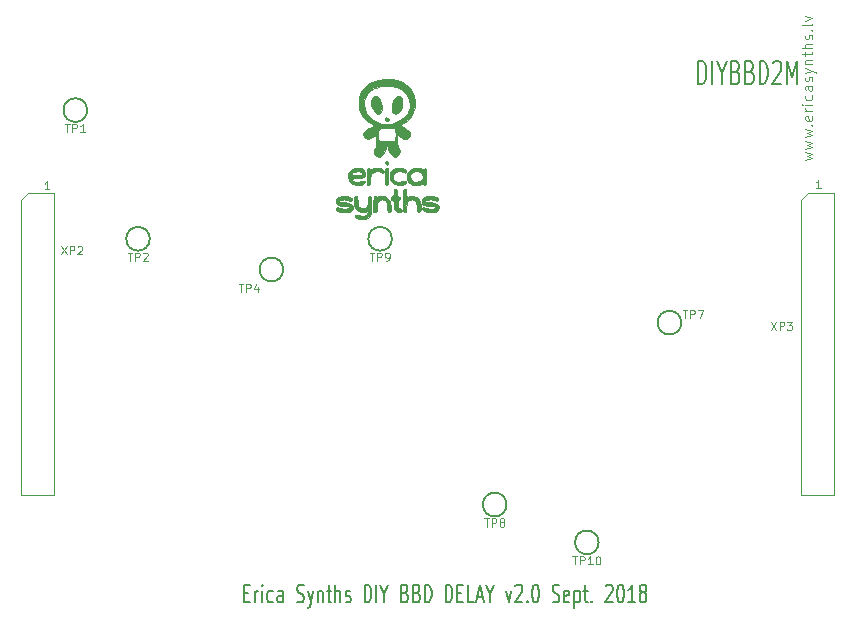
<source format=gto>
G04 #@! TF.FileFunction,Legend,Top*
%FSLAX46Y46*%
G04 Gerber Fmt 4.6, Leading zero omitted, Abs format (unit mm)*
G04 Created by KiCad (PCBNEW (2016-08-20 BZR 7083)-product) date Sat Sep 29 15:02:56 2018*
%MOMM*%
%LPD*%
G01*
G04 APERTURE LIST*
%ADD10C,0.100000*%
%ADD11C,0.200000*%
%ADD12C,0.150000*%
%ADD13C,0.120000*%
G04 APERTURE END LIST*
D10*
D11*
X57428571Y50995239D02*
X57428571Y52995239D01*
X57714285Y52995239D01*
X57885714Y52900000D01*
X58000000Y52709524D01*
X58057142Y52519048D01*
X58114285Y52138096D01*
X58114285Y51852381D01*
X58057142Y51471429D01*
X58000000Y51280953D01*
X57885714Y51090477D01*
X57714285Y50995239D01*
X57428571Y50995239D01*
X58628571Y50995239D02*
X58628571Y52995239D01*
X59428571Y51947620D02*
X59428571Y50995239D01*
X59028571Y52995239D02*
X59428571Y51947620D01*
X59828571Y52995239D01*
X60628571Y52042858D02*
X60800000Y51947620D01*
X60857142Y51852381D01*
X60914285Y51661905D01*
X60914285Y51376191D01*
X60857142Y51185715D01*
X60800000Y51090477D01*
X60685714Y50995239D01*
X60228571Y50995239D01*
X60228571Y52995239D01*
X60628571Y52995239D01*
X60742857Y52900000D01*
X60800000Y52804762D01*
X60857142Y52614286D01*
X60857142Y52423810D01*
X60800000Y52233334D01*
X60742857Y52138096D01*
X60628571Y52042858D01*
X60228571Y52042858D01*
X61828571Y52042858D02*
X62000000Y51947620D01*
X62057142Y51852381D01*
X62114285Y51661905D01*
X62114285Y51376191D01*
X62057142Y51185715D01*
X62000000Y51090477D01*
X61885714Y50995239D01*
X61428571Y50995239D01*
X61428571Y52995239D01*
X61828571Y52995239D01*
X61942857Y52900000D01*
X62000000Y52804762D01*
X62057142Y52614286D01*
X62057142Y52423810D01*
X62000000Y52233334D01*
X61942857Y52138096D01*
X61828571Y52042858D01*
X61428571Y52042858D01*
X62628571Y50995239D02*
X62628571Y52995239D01*
X62914285Y52995239D01*
X63085714Y52900000D01*
X63200000Y52709524D01*
X63257142Y52519048D01*
X63314285Y52138096D01*
X63314285Y51852381D01*
X63257142Y51471429D01*
X63200000Y51280953D01*
X63085714Y51090477D01*
X62914285Y50995239D01*
X62628571Y50995239D01*
X63771428Y52804762D02*
X63828571Y52900000D01*
X63942857Y52995239D01*
X64228571Y52995239D01*
X64342857Y52900000D01*
X64400000Y52804762D01*
X64457142Y52614286D01*
X64457142Y52423810D01*
X64400000Y52138096D01*
X63714285Y50995239D01*
X64457142Y50995239D01*
X64971428Y50995239D02*
X64971428Y52995239D01*
X65371428Y51566667D01*
X65771428Y52995239D01*
X65771428Y50995239D01*
D10*
X67800000Y42183334D02*
X67400000Y42183334D01*
X67600000Y42183334D02*
X67600000Y42883334D01*
X67533333Y42783334D01*
X67466666Y42716667D01*
X67400000Y42683334D01*
X2500000Y42083334D02*
X2100000Y42083334D01*
X2300000Y42083334D02*
X2300000Y42783334D01*
X2233333Y42683334D01*
X2166666Y42616667D01*
X2100000Y42583334D01*
X66507142Y44592858D02*
X67107142Y44764286D01*
X66678571Y44935715D01*
X67107142Y45107143D01*
X66507142Y45278572D01*
X66507142Y45535715D02*
X67107142Y45707143D01*
X66678571Y45878572D01*
X67107142Y46050000D01*
X66507142Y46221429D01*
X66507142Y46478572D02*
X67107142Y46650000D01*
X66678571Y46821429D01*
X67107142Y46992858D01*
X66507142Y47164286D01*
X67021428Y47507143D02*
X67064285Y47550000D01*
X67107142Y47507143D01*
X67064285Y47464286D01*
X67021428Y47507143D01*
X67107142Y47507143D01*
X67064285Y48278572D02*
X67107142Y48192858D01*
X67107142Y48021429D01*
X67064285Y47935715D01*
X66978571Y47892858D01*
X66635714Y47892858D01*
X66550000Y47935715D01*
X66507142Y48021429D01*
X66507142Y48192858D01*
X66550000Y48278572D01*
X66635714Y48321429D01*
X66721428Y48321429D01*
X66807142Y47892858D01*
X67107142Y48707143D02*
X66507142Y48707143D01*
X66678571Y48707143D02*
X66592857Y48750000D01*
X66550000Y48792858D01*
X66507142Y48878572D01*
X66507142Y48964286D01*
X67107142Y49264286D02*
X66507142Y49264286D01*
X66207142Y49264286D02*
X66250000Y49221429D01*
X66292857Y49264286D01*
X66250000Y49307143D01*
X66207142Y49264286D01*
X66292857Y49264286D01*
X67064285Y50078572D02*
X67107142Y49992858D01*
X67107142Y49821429D01*
X67064285Y49735715D01*
X67021428Y49692858D01*
X66935714Y49650000D01*
X66678571Y49650000D01*
X66592857Y49692858D01*
X66550000Y49735715D01*
X66507142Y49821429D01*
X66507142Y49992858D01*
X66550000Y50078572D01*
X67107142Y50850000D02*
X66635714Y50850000D01*
X66550000Y50807143D01*
X66507142Y50721429D01*
X66507142Y50550000D01*
X66550000Y50464286D01*
X67064285Y50850000D02*
X67107142Y50764286D01*
X67107142Y50550000D01*
X67064285Y50464286D01*
X66978571Y50421429D01*
X66892857Y50421429D01*
X66807142Y50464286D01*
X66764285Y50550000D01*
X66764285Y50764286D01*
X66721428Y50850000D01*
X67064285Y51235715D02*
X67107142Y51321429D01*
X67107142Y51492858D01*
X67064285Y51578572D01*
X66978571Y51621429D01*
X66935714Y51621429D01*
X66850000Y51578572D01*
X66807142Y51492858D01*
X66807142Y51364286D01*
X66764285Y51278572D01*
X66678571Y51235715D01*
X66635714Y51235715D01*
X66550000Y51278572D01*
X66507142Y51364286D01*
X66507142Y51492858D01*
X66550000Y51578572D01*
X66507142Y51921429D02*
X67107142Y52135715D01*
X66507142Y52350000D02*
X67107142Y52135715D01*
X67321428Y52050000D01*
X67364285Y52007143D01*
X67407142Y51921429D01*
X66507142Y52692858D02*
X67107142Y52692858D01*
X66592857Y52692858D02*
X66550000Y52735715D01*
X66507142Y52821429D01*
X66507142Y52950000D01*
X66550000Y53035715D01*
X66635714Y53078572D01*
X67107142Y53078572D01*
X66507142Y53378572D02*
X66507142Y53721429D01*
X66207142Y53507143D02*
X66978571Y53507143D01*
X67064285Y53550000D01*
X67107142Y53635715D01*
X67107142Y53721429D01*
X67107142Y54021429D02*
X66207142Y54021429D01*
X67107142Y54407143D02*
X66635714Y54407143D01*
X66550000Y54364286D01*
X66507142Y54278572D01*
X66507142Y54150000D01*
X66550000Y54064286D01*
X66592857Y54021429D01*
X67064285Y54792858D02*
X67107142Y54878572D01*
X67107142Y55050000D01*
X67064285Y55135715D01*
X66978571Y55178572D01*
X66935714Y55178572D01*
X66850000Y55135715D01*
X66807142Y55050000D01*
X66807142Y54921429D01*
X66764285Y54835715D01*
X66678571Y54792858D01*
X66635714Y54792858D01*
X66550000Y54835715D01*
X66507142Y54921429D01*
X66507142Y55050000D01*
X66550000Y55135715D01*
X67021428Y55564286D02*
X67064285Y55607143D01*
X67107142Y55564286D01*
X67064285Y55521429D01*
X67021428Y55564286D01*
X67107142Y55564286D01*
X67107142Y56121429D02*
X67064285Y56035715D01*
X66978571Y55992858D01*
X66207142Y55992858D01*
X66507142Y56378572D02*
X67107142Y56592858D01*
X66507142Y56807143D01*
D12*
X19000000Y7907143D02*
X19333333Y7907143D01*
X19476190Y7121429D02*
X19000000Y7121429D01*
X19000000Y8621429D01*
X19476190Y8621429D01*
X19904761Y7121429D02*
X19904761Y8121429D01*
X19904761Y7835715D02*
X19952380Y7978572D01*
X20000000Y8050000D01*
X20095238Y8121429D01*
X20190476Y8121429D01*
X20523809Y7121429D02*
X20523809Y8121429D01*
X20523809Y8621429D02*
X20476190Y8550000D01*
X20523809Y8478572D01*
X20571428Y8550000D01*
X20523809Y8621429D01*
X20523809Y8478572D01*
X21428571Y7192858D02*
X21333333Y7121429D01*
X21142857Y7121429D01*
X21047619Y7192858D01*
X21000000Y7264286D01*
X20952380Y7407143D01*
X20952380Y7835715D01*
X21000000Y7978572D01*
X21047619Y8050000D01*
X21142857Y8121429D01*
X21333333Y8121429D01*
X21428571Y8050000D01*
X22285714Y7121429D02*
X22285714Y7907143D01*
X22238095Y8050000D01*
X22142857Y8121429D01*
X21952380Y8121429D01*
X21857142Y8050000D01*
X22285714Y7192858D02*
X22190476Y7121429D01*
X21952380Y7121429D01*
X21857142Y7192858D01*
X21809523Y7335715D01*
X21809523Y7478572D01*
X21857142Y7621429D01*
X21952380Y7692858D01*
X22190476Y7692858D01*
X22285714Y7764286D01*
X23476190Y7192858D02*
X23619047Y7121429D01*
X23857142Y7121429D01*
X23952380Y7192858D01*
X24000000Y7264286D01*
X24047619Y7407143D01*
X24047619Y7550000D01*
X24000000Y7692858D01*
X23952380Y7764286D01*
X23857142Y7835715D01*
X23666666Y7907143D01*
X23571428Y7978572D01*
X23523809Y8050000D01*
X23476190Y8192858D01*
X23476190Y8335715D01*
X23523809Y8478572D01*
X23571428Y8550000D01*
X23666666Y8621429D01*
X23904761Y8621429D01*
X24047619Y8550000D01*
X24380952Y8121429D02*
X24619047Y7121429D01*
X24857142Y8121429D02*
X24619047Y7121429D01*
X24523809Y6764286D01*
X24476190Y6692858D01*
X24380952Y6621429D01*
X25238095Y8121429D02*
X25238095Y7121429D01*
X25238095Y7978572D02*
X25285714Y8050000D01*
X25380952Y8121429D01*
X25523809Y8121429D01*
X25619047Y8050000D01*
X25666666Y7907143D01*
X25666666Y7121429D01*
X26000000Y8121429D02*
X26380952Y8121429D01*
X26142857Y8621429D02*
X26142857Y7335715D01*
X26190476Y7192858D01*
X26285714Y7121429D01*
X26380952Y7121429D01*
X26714285Y7121429D02*
X26714285Y8621429D01*
X27142857Y7121429D02*
X27142857Y7907143D01*
X27095238Y8050000D01*
X27000000Y8121429D01*
X26857142Y8121429D01*
X26761904Y8050000D01*
X26714285Y7978572D01*
X27571428Y7192858D02*
X27666666Y7121429D01*
X27857142Y7121429D01*
X27952380Y7192858D01*
X28000000Y7335715D01*
X28000000Y7407143D01*
X27952380Y7550000D01*
X27857142Y7621429D01*
X27714285Y7621429D01*
X27619047Y7692858D01*
X27571428Y7835715D01*
X27571428Y7907143D01*
X27619047Y8050000D01*
X27714285Y8121429D01*
X27857142Y8121429D01*
X27952380Y8050000D01*
X29190476Y7121429D02*
X29190476Y8621429D01*
X29428571Y8621429D01*
X29571428Y8550000D01*
X29666666Y8407143D01*
X29714285Y8264286D01*
X29761904Y7978572D01*
X29761904Y7764286D01*
X29714285Y7478572D01*
X29666666Y7335715D01*
X29571428Y7192858D01*
X29428571Y7121429D01*
X29190476Y7121429D01*
X30190476Y7121429D02*
X30190476Y8621429D01*
X30857142Y7835715D02*
X30857142Y7121429D01*
X30523809Y8621429D02*
X30857142Y7835715D01*
X31190476Y8621429D01*
X32619047Y7907143D02*
X32761904Y7835715D01*
X32809523Y7764286D01*
X32857142Y7621429D01*
X32857142Y7407143D01*
X32809523Y7264286D01*
X32761904Y7192858D01*
X32666666Y7121429D01*
X32285714Y7121429D01*
X32285714Y8621429D01*
X32619047Y8621429D01*
X32714285Y8550000D01*
X32761904Y8478572D01*
X32809523Y8335715D01*
X32809523Y8192858D01*
X32761904Y8050000D01*
X32714285Y7978572D01*
X32619047Y7907143D01*
X32285714Y7907143D01*
X33619047Y7907143D02*
X33761904Y7835715D01*
X33809523Y7764286D01*
X33857142Y7621429D01*
X33857142Y7407143D01*
X33809523Y7264286D01*
X33761904Y7192858D01*
X33666666Y7121429D01*
X33285714Y7121429D01*
X33285714Y8621429D01*
X33619047Y8621429D01*
X33714285Y8550000D01*
X33761904Y8478572D01*
X33809523Y8335715D01*
X33809523Y8192858D01*
X33761904Y8050000D01*
X33714285Y7978572D01*
X33619047Y7907143D01*
X33285714Y7907143D01*
X34285714Y7121429D02*
X34285714Y8621429D01*
X34523809Y8621429D01*
X34666666Y8550000D01*
X34761904Y8407143D01*
X34809523Y8264286D01*
X34857142Y7978572D01*
X34857142Y7764286D01*
X34809523Y7478572D01*
X34761904Y7335715D01*
X34666666Y7192858D01*
X34523809Y7121429D01*
X34285714Y7121429D01*
X36047619Y7121429D02*
X36047619Y8621429D01*
X36285714Y8621429D01*
X36428571Y8550000D01*
X36523809Y8407143D01*
X36571428Y8264286D01*
X36619047Y7978572D01*
X36619047Y7764286D01*
X36571428Y7478572D01*
X36523809Y7335715D01*
X36428571Y7192858D01*
X36285714Y7121429D01*
X36047619Y7121429D01*
X37047619Y7907143D02*
X37380952Y7907143D01*
X37523809Y7121429D02*
X37047619Y7121429D01*
X37047619Y8621429D01*
X37523809Y8621429D01*
X38428571Y7121429D02*
X37952380Y7121429D01*
X37952380Y8621429D01*
X38714285Y7550000D02*
X39190476Y7550000D01*
X38619047Y7121429D02*
X38952380Y8621429D01*
X39285714Y7121429D01*
X39809523Y7835715D02*
X39809523Y7121429D01*
X39476190Y8621429D02*
X39809523Y7835715D01*
X40142857Y8621429D01*
X41142857Y8121429D02*
X41380952Y7121429D01*
X41619047Y8121429D01*
X41952380Y8478572D02*
X42000000Y8550000D01*
X42095238Y8621429D01*
X42333333Y8621429D01*
X42428571Y8550000D01*
X42476190Y8478572D01*
X42523809Y8335715D01*
X42523809Y8192858D01*
X42476190Y7978572D01*
X41904761Y7121429D01*
X42523809Y7121429D01*
X42952380Y7264286D02*
X43000000Y7192858D01*
X42952380Y7121429D01*
X42904761Y7192858D01*
X42952380Y7264286D01*
X42952380Y7121429D01*
X43619047Y8621429D02*
X43714285Y8621429D01*
X43809523Y8550000D01*
X43857142Y8478572D01*
X43904761Y8335715D01*
X43952380Y8050000D01*
X43952380Y7692858D01*
X43904761Y7407143D01*
X43857142Y7264286D01*
X43809523Y7192858D01*
X43714285Y7121429D01*
X43619047Y7121429D01*
X43523809Y7192858D01*
X43476190Y7264286D01*
X43428571Y7407143D01*
X43380952Y7692858D01*
X43380952Y8050000D01*
X43428571Y8335715D01*
X43476190Y8478572D01*
X43523809Y8550000D01*
X43619047Y8621429D01*
X45095238Y7192858D02*
X45238095Y7121429D01*
X45476190Y7121429D01*
X45571428Y7192858D01*
X45619047Y7264286D01*
X45666666Y7407143D01*
X45666666Y7550000D01*
X45619047Y7692858D01*
X45571428Y7764286D01*
X45476190Y7835715D01*
X45285714Y7907143D01*
X45190476Y7978572D01*
X45142857Y8050000D01*
X45095238Y8192858D01*
X45095238Y8335715D01*
X45142857Y8478572D01*
X45190476Y8550000D01*
X45285714Y8621429D01*
X45523809Y8621429D01*
X45666666Y8550000D01*
X46476190Y7192858D02*
X46380952Y7121429D01*
X46190476Y7121429D01*
X46095238Y7192858D01*
X46047619Y7335715D01*
X46047619Y7907143D01*
X46095238Y8050000D01*
X46190476Y8121429D01*
X46380952Y8121429D01*
X46476190Y8050000D01*
X46523809Y7907143D01*
X46523809Y7764286D01*
X46047619Y7621429D01*
X46952380Y8121429D02*
X46952380Y6621429D01*
X46952380Y8050000D02*
X47047619Y8121429D01*
X47238095Y8121429D01*
X47333333Y8050000D01*
X47380952Y7978572D01*
X47428571Y7835715D01*
X47428571Y7407143D01*
X47380952Y7264286D01*
X47333333Y7192858D01*
X47238095Y7121429D01*
X47047619Y7121429D01*
X46952380Y7192858D01*
X47714285Y8121429D02*
X48095238Y8121429D01*
X47857142Y8621429D02*
X47857142Y7335715D01*
X47904761Y7192858D01*
X48000000Y7121429D01*
X48095238Y7121429D01*
X48428571Y7264286D02*
X48476190Y7192858D01*
X48428571Y7121429D01*
X48380952Y7192858D01*
X48428571Y7264286D01*
X48428571Y7121429D01*
X49619047Y8478572D02*
X49666666Y8550000D01*
X49761904Y8621429D01*
X50000000Y8621429D01*
X50095238Y8550000D01*
X50142857Y8478572D01*
X50190476Y8335715D01*
X50190476Y8192858D01*
X50142857Y7978572D01*
X49571428Y7121429D01*
X50190476Y7121429D01*
X50809523Y8621429D02*
X50904761Y8621429D01*
X51000000Y8550000D01*
X51047619Y8478572D01*
X51095238Y8335715D01*
X51142857Y8050000D01*
X51142857Y7692858D01*
X51095238Y7407143D01*
X51047619Y7264286D01*
X51000000Y7192858D01*
X50904761Y7121429D01*
X50809523Y7121429D01*
X50714285Y7192858D01*
X50666666Y7264286D01*
X50619047Y7407143D01*
X50571428Y7692858D01*
X50571428Y8050000D01*
X50619047Y8335715D01*
X50666666Y8478572D01*
X50714285Y8550000D01*
X50809523Y8621429D01*
X52095238Y7121429D02*
X51523809Y7121429D01*
X51809523Y7121429D02*
X51809523Y8621429D01*
X51714285Y8407143D01*
X51619047Y8264286D01*
X51523809Y8192858D01*
X52666666Y7978572D02*
X52571428Y8050000D01*
X52523809Y8121429D01*
X52476190Y8264286D01*
X52476190Y8335715D01*
X52523809Y8478572D01*
X52571428Y8550000D01*
X52666666Y8621429D01*
X52857142Y8621429D01*
X52952380Y8550000D01*
X53000000Y8478572D01*
X53047619Y8335715D01*
X53047619Y8264286D01*
X53000000Y8121429D01*
X52952380Y8050000D01*
X52857142Y7978572D01*
X52666666Y7978572D01*
X52571428Y7907143D01*
X52523809Y7835715D01*
X52476190Y7692858D01*
X52476190Y7407143D01*
X52523809Y7264286D01*
X52571428Y7192858D01*
X52666666Y7121429D01*
X52857142Y7121429D01*
X52952380Y7192858D01*
X53000000Y7264286D01*
X53047619Y7407143D01*
X53047619Y7692858D01*
X53000000Y7835715D01*
X52952380Y7907143D01*
X52857142Y7978572D01*
X5700000Y48800000D02*
G75*
G03X5700000Y48800000I-1000000J0D01*
G01*
X11000000Y37900000D02*
G75*
G03X11000000Y37900000I-1000000J0D01*
G01*
X22300000Y35300000D02*
G75*
G03X22300000Y35300000I-1000000J0D01*
G01*
X56000000Y30800000D02*
G75*
G03X56000000Y30800000I-1000000J0D01*
G01*
X41200000Y15400000D02*
G75*
G03X41200000Y15400000I-1000000J0D01*
G01*
X31500000Y37900000D02*
G75*
G03X31500000Y37900000I-1000000J0D01*
G01*
X49000000Y12200000D02*
G75*
G03X49000000Y12200000I-1000000J0D01*
G01*
D13*
X2900000Y16200000D02*
X2900000Y41800000D01*
X2900000Y41800000D02*
X700000Y41800000D01*
X700000Y41800000D02*
X100000Y41200000D01*
X100000Y41200000D02*
X100000Y16200000D01*
X100000Y16200000D02*
X2900000Y16200000D01*
X68900000Y16200000D02*
X68900000Y41800000D01*
X68900000Y41800000D02*
X66700000Y41800000D01*
X66700000Y41800000D02*
X66100000Y41200000D01*
X66100000Y41200000D02*
X66100000Y16200000D01*
X66100000Y16200000D02*
X68900000Y16200000D01*
D10*
G36*
X29767218Y40873353D02*
X29765400Y40703799D01*
X29756789Y40400886D01*
X29741861Y40180944D01*
X29718401Y40025429D01*
X29684192Y39915795D01*
X29667067Y39880751D01*
X29525096Y39719142D01*
X29316068Y39602781D01*
X29067910Y39540846D01*
X28808549Y39542517D01*
X28703906Y39564144D01*
X28527716Y39637983D01*
X28413744Y39737637D01*
X28378721Y39846498D01*
X28386410Y39879254D01*
X28432030Y39943717D01*
X28513507Y39956413D01*
X28651822Y39917482D01*
X28741853Y39881633D01*
X28902882Y39831146D01*
X29046384Y39836654D01*
X29123031Y39856466D01*
X29292123Y39925683D01*
X29391903Y40024488D01*
X29445688Y40151671D01*
X29461524Y40225415D01*
X29428718Y40241343D01*
X29324397Y40210023D01*
X29321547Y40209030D01*
X29109759Y40170459D01*
X28878460Y40182511D01*
X28667454Y40239427D01*
X28528277Y40323803D01*
X28417583Y40439707D01*
X28347431Y40555741D01*
X28305673Y40703226D01*
X28280163Y40913484D01*
X28275122Y40976596D01*
X28271375Y41247405D01*
X28306856Y41431332D01*
X28380700Y41525303D01*
X28433000Y41537600D01*
X28521884Y41492567D01*
X28579912Y41355903D01*
X28607845Y41125264D01*
X28610800Y40990014D01*
X28617267Y40784762D01*
X28640379Y40654443D01*
X28685700Y40572992D01*
X28703700Y40554874D01*
X28840915Y40489000D01*
X29022839Y40472327D01*
X29205781Y40503978D01*
X29328469Y40567424D01*
X29389434Y40628921D01*
X29427773Y40709807D01*
X29450457Y40835897D01*
X29464458Y41033011D01*
X29466645Y41079148D01*
X29481832Y41301418D01*
X29505316Y41439166D01*
X29540790Y41509364D01*
X29563494Y41524178D01*
X29643504Y41532381D01*
X29701634Y41480530D01*
X29740132Y41359494D01*
X29761244Y41160145D01*
X29767218Y40873353D01*
X29767218Y40873353D01*
X29767218Y40873353D01*
G37*
X29767218Y40873353D02*
X29765400Y40703799D01*
X29756789Y40400886D01*
X29741861Y40180944D01*
X29718401Y40025429D01*
X29684192Y39915795D01*
X29667067Y39880751D01*
X29525096Y39719142D01*
X29316068Y39602781D01*
X29067910Y39540846D01*
X28808549Y39542517D01*
X28703906Y39564144D01*
X28527716Y39637983D01*
X28413744Y39737637D01*
X28378721Y39846498D01*
X28386410Y39879254D01*
X28432030Y39943717D01*
X28513507Y39956413D01*
X28651822Y39917482D01*
X28741853Y39881633D01*
X28902882Y39831146D01*
X29046384Y39836654D01*
X29123031Y39856466D01*
X29292123Y39925683D01*
X29391903Y40024488D01*
X29445688Y40151671D01*
X29461524Y40225415D01*
X29428718Y40241343D01*
X29324397Y40210023D01*
X29321547Y40209030D01*
X29109759Y40170459D01*
X28878460Y40182511D01*
X28667454Y40239427D01*
X28528277Y40323803D01*
X28417583Y40439707D01*
X28347431Y40555741D01*
X28305673Y40703226D01*
X28280163Y40913484D01*
X28275122Y40976596D01*
X28271375Y41247405D01*
X28306856Y41431332D01*
X28380700Y41525303D01*
X28433000Y41537600D01*
X28521884Y41492567D01*
X28579912Y41355903D01*
X28607845Y41125264D01*
X28610800Y40990014D01*
X28617267Y40784762D01*
X28640379Y40654443D01*
X28685700Y40572992D01*
X28703700Y40554874D01*
X28840915Y40489000D01*
X29022839Y40472327D01*
X29205781Y40503978D01*
X29328469Y40567424D01*
X29389434Y40628921D01*
X29427773Y40709807D01*
X29450457Y40835897D01*
X29464458Y41033011D01*
X29466645Y41079148D01*
X29481832Y41301418D01*
X29505316Y41439166D01*
X29540790Y41509364D01*
X29563494Y41524178D01*
X29643504Y41532381D01*
X29701634Y41480530D01*
X29740132Y41359494D01*
X29761244Y41160145D01*
X29767218Y40873353D01*
X29767218Y40873353D01*
G36*
X28203460Y40621686D02*
X28162360Y40444341D01*
X28041543Y40295084D01*
X27848250Y40192140D01*
X27602828Y40140515D01*
X27325625Y40145211D01*
X27115519Y40186904D01*
X26914120Y40262646D01*
X26794862Y40351306D01*
X26764715Y40445506D01*
X26805026Y40515599D01*
X26887277Y40563248D01*
X26994666Y40538054D01*
X27002103Y40534715D01*
X27181940Y40475597D01*
X27380399Y40445455D01*
X27573081Y40443133D01*
X27735589Y40467474D01*
X27843525Y40517321D01*
X27874200Y40576055D01*
X27847329Y40615732D01*
X27756795Y40644497D01*
X27587715Y40665903D01*
X27456429Y40675790D01*
X27147443Y40715048D01*
X26929111Y40788529D01*
X26795357Y40899364D01*
X26740768Y41044812D01*
X26762398Y41232632D01*
X26871398Y41379863D01*
X27059796Y41481024D01*
X27319620Y41530635D01*
X27453468Y41534733D01*
X27692294Y41514999D01*
X27894058Y41466483D01*
X28045458Y41397112D01*
X28133188Y41314808D01*
X28143946Y41227497D01*
X28086177Y41157856D01*
X28006197Y41117173D01*
X27912814Y41126552D01*
X27821108Y41160832D01*
X27643173Y41211308D01*
X27445643Y41231747D01*
X27261803Y41222516D01*
X27124937Y41183980D01*
X27083586Y41152729D01*
X27050175Y41075900D01*
X27101554Y41022798D01*
X27242651Y40991415D01*
X27478392Y40979741D01*
X27508422Y40979578D01*
X27800948Y40954358D01*
X28018039Y40883240D01*
X28154080Y40770818D01*
X28203460Y40621686D01*
X28203460Y40621686D01*
X28203460Y40621686D01*
G37*
X28203460Y40621686D02*
X28162360Y40444341D01*
X28041543Y40295084D01*
X27848250Y40192140D01*
X27602828Y40140515D01*
X27325625Y40145211D01*
X27115519Y40186904D01*
X26914120Y40262646D01*
X26794862Y40351306D01*
X26764715Y40445506D01*
X26805026Y40515599D01*
X26887277Y40563248D01*
X26994666Y40538054D01*
X27002103Y40534715D01*
X27181940Y40475597D01*
X27380399Y40445455D01*
X27573081Y40443133D01*
X27735589Y40467474D01*
X27843525Y40517321D01*
X27874200Y40576055D01*
X27847329Y40615732D01*
X27756795Y40644497D01*
X27587715Y40665903D01*
X27456429Y40675790D01*
X27147443Y40715048D01*
X26929111Y40788529D01*
X26795357Y40899364D01*
X26740768Y41044812D01*
X26762398Y41232632D01*
X26871398Y41379863D01*
X27059796Y41481024D01*
X27319620Y41530635D01*
X27453468Y41534733D01*
X27692294Y41514999D01*
X27894058Y41466483D01*
X28045458Y41397112D01*
X28133188Y41314808D01*
X28143946Y41227497D01*
X28086177Y41157856D01*
X28006197Y41117173D01*
X27912814Y41126552D01*
X27821108Y41160832D01*
X27643173Y41211308D01*
X27445643Y41231747D01*
X27261803Y41222516D01*
X27124937Y41183980D01*
X27083586Y41152729D01*
X27050175Y41075900D01*
X27101554Y41022798D01*
X27242651Y40991415D01*
X27478392Y40979741D01*
X27508422Y40979578D01*
X27800948Y40954358D01*
X28018039Y40883240D01*
X28154080Y40770818D01*
X28203460Y40621686D01*
X28203460Y40621686D01*
G36*
X35467860Y40621686D02*
X35426760Y40444341D01*
X35305572Y40294735D01*
X35110785Y40191782D01*
X34861737Y40141083D01*
X34577766Y40148237D01*
X34467864Y40166639D01*
X34237520Y40229851D01*
X34100136Y40307461D01*
X34047508Y40404468D01*
X34046400Y40423382D01*
X34073176Y40517222D01*
X34160249Y40552602D01*
X34317734Y40531363D01*
X34441160Y40495192D01*
X34629845Y40453482D01*
X34819463Y40443979D01*
X34984456Y40463795D01*
X35099265Y40510042D01*
X35138600Y40574007D01*
X35113828Y40614561D01*
X35028893Y40643481D01*
X34867869Y40664699D01*
X34727854Y40675384D01*
X34428933Y40710924D01*
X34217646Y40775863D01*
X34082944Y40875442D01*
X34013995Y41014023D01*
X34017354Y41190626D01*
X34107179Y41346693D01*
X34268393Y41458300D01*
X34302114Y41471233D01*
X34510787Y41520100D01*
X34729660Y41533485D01*
X34942506Y41516269D01*
X35133098Y41473335D01*
X35285210Y41409563D01*
X35382614Y41329837D01*
X35409084Y41239037D01*
X35359954Y41152983D01*
X35295020Y41102304D01*
X35225634Y41104372D01*
X35122038Y41152030D01*
X34953032Y41207418D01*
X34750025Y41229884D01*
X34552779Y41219134D01*
X34401057Y41174875D01*
X34373609Y41157566D01*
X34314830Y41084056D01*
X34354524Y41029525D01*
X34491234Y40994623D01*
X34723500Y40980001D01*
X34772822Y40979578D01*
X35065348Y40954358D01*
X35282439Y40883240D01*
X35418480Y40770818D01*
X35467860Y40621686D01*
X35467860Y40621686D01*
X35467860Y40621686D01*
G37*
X35467860Y40621686D02*
X35426760Y40444341D01*
X35305572Y40294735D01*
X35110785Y40191782D01*
X34861737Y40141083D01*
X34577766Y40148237D01*
X34467864Y40166639D01*
X34237520Y40229851D01*
X34100136Y40307461D01*
X34047508Y40404468D01*
X34046400Y40423382D01*
X34073176Y40517222D01*
X34160249Y40552602D01*
X34317734Y40531363D01*
X34441160Y40495192D01*
X34629845Y40453482D01*
X34819463Y40443979D01*
X34984456Y40463795D01*
X35099265Y40510042D01*
X35138600Y40574007D01*
X35113828Y40614561D01*
X35028893Y40643481D01*
X34867869Y40664699D01*
X34727854Y40675384D01*
X34428933Y40710924D01*
X34217646Y40775863D01*
X34082944Y40875442D01*
X34013995Y41014023D01*
X34017354Y41190626D01*
X34107179Y41346693D01*
X34268393Y41458300D01*
X34302114Y41471233D01*
X34510787Y41520100D01*
X34729660Y41533485D01*
X34942506Y41516269D01*
X35133098Y41473335D01*
X35285210Y41409563D01*
X35382614Y41329837D01*
X35409084Y41239037D01*
X35359954Y41152983D01*
X35295020Y41102304D01*
X35225634Y41104372D01*
X35122038Y41152030D01*
X34953032Y41207418D01*
X34750025Y41229884D01*
X34552779Y41219134D01*
X34401057Y41174875D01*
X34373609Y41157566D01*
X34314830Y41084056D01*
X34354524Y41029525D01*
X34491234Y40994623D01*
X34723500Y40980001D01*
X34772822Y40979578D01*
X35065348Y40954358D01*
X35282439Y40883240D01*
X35418480Y40770818D01*
X35467860Y40621686D01*
X35467860Y40621686D01*
G36*
X31403259Y40482829D02*
X31384798Y40300841D01*
X31334348Y40200598D01*
X31249781Y40174102D01*
X31237904Y40175403D01*
X31182243Y40191586D01*
X31146265Y40234773D01*
X31123356Y40325801D01*
X31106899Y40485511D01*
X31097770Y40616794D01*
X31067616Y40883589D01*
X31011093Y41064242D01*
X30917808Y41172947D01*
X30777370Y41223897D01*
X30646751Y41232800D01*
X30460048Y41207450D01*
X30335240Y41123669D01*
X30263777Y40969859D01*
X30237110Y40734426D01*
X30236400Y40676176D01*
X30231260Y40440709D01*
X30211728Y40289331D01*
X30171633Y40204864D01*
X30104807Y40170131D01*
X30053164Y40166000D01*
X29931600Y40166000D01*
X29931600Y40827995D01*
X29933540Y41107121D01*
X29940514Y41300277D01*
X29954254Y41423037D01*
X29976490Y41490976D01*
X30008446Y41519478D01*
X30109539Y41515543D01*
X30157599Y41488959D01*
X30251712Y41455478D01*
X30331413Y41483275D01*
X30501416Y41530462D01*
X30713651Y41531260D01*
X30921551Y41488658D01*
X31033739Y41438236D01*
X31205592Y41301124D01*
X31315796Y41126064D01*
X31376915Y40889069D01*
X31391854Y40754559D01*
X31403259Y40482829D01*
X31403259Y40482829D01*
X31403259Y40482829D01*
G37*
X31403259Y40482829D02*
X31384798Y40300841D01*
X31334348Y40200598D01*
X31249781Y40174102D01*
X31237904Y40175403D01*
X31182243Y40191586D01*
X31146265Y40234773D01*
X31123356Y40325801D01*
X31106899Y40485511D01*
X31097770Y40616794D01*
X31067616Y40883589D01*
X31011093Y41064242D01*
X30917808Y41172947D01*
X30777370Y41223897D01*
X30646751Y41232800D01*
X30460048Y41207450D01*
X30335240Y41123669D01*
X30263777Y40969859D01*
X30237110Y40734426D01*
X30236400Y40676176D01*
X30231260Y40440709D01*
X30211728Y40289331D01*
X30171633Y40204864D01*
X30104807Y40170131D01*
X30053164Y40166000D01*
X29931600Y40166000D01*
X29931600Y40827995D01*
X29933540Y41107121D01*
X29940514Y41300277D01*
X29954254Y41423037D01*
X29976490Y41490976D01*
X30008446Y41519478D01*
X30109539Y41515543D01*
X30157599Y41488959D01*
X30251712Y41455478D01*
X30331413Y41483275D01*
X30501416Y41530462D01*
X30713651Y41531260D01*
X30921551Y41488658D01*
X31033739Y41438236D01*
X31205592Y41301124D01*
X31315796Y41126064D01*
X31376915Y40889069D01*
X31391854Y40754559D01*
X31403259Y40482829D01*
X31403259Y40482829D01*
G36*
X32344012Y40343561D02*
X32340041Y40248639D01*
X32268047Y40187297D01*
X32137902Y40165348D01*
X31984705Y40181853D01*
X31843556Y40235874D01*
X31804127Y40262960D01*
X31743025Y40324791D01*
X31703675Y40407014D01*
X31678986Y40535044D01*
X31661864Y40734296D01*
X31658800Y40783660D01*
X31643135Y40994122D01*
X31623981Y41120868D01*
X31596655Y41181779D01*
X31556471Y41194731D01*
X31551276Y41194030D01*
X31447784Y41219834D01*
X31382418Y41306483D01*
X31382818Y41401191D01*
X31453235Y41472212D01*
X31523395Y41496530D01*
X31586496Y41518513D01*
X31624418Y41578196D01*
X31647491Y41699999D01*
X31658800Y41816554D01*
X31679630Y41993331D01*
X31710504Y42091440D01*
X31760014Y42133802D01*
X31779712Y42139052D01*
X31873854Y42128072D01*
X31931995Y42044823D01*
X31959210Y41878718D01*
X31962822Y41757034D01*
X31968284Y41600704D01*
X31990855Y41518915D01*
X32041604Y41484790D01*
X32077900Y41477634D01*
X32175273Y41429873D01*
X32213501Y41346874D01*
X32188447Y41265559D01*
X32106318Y41224029D01*
X32044810Y41207882D01*
X32009636Y41165873D01*
X31993501Y41074865D01*
X31989116Y40911720D01*
X31989000Y40851800D01*
X31990860Y40665770D01*
X32002098Y40558169D01*
X32031198Y40505831D01*
X32086643Y40485589D01*
X32124982Y40480485D01*
X32269441Y40433158D01*
X32344012Y40343561D01*
X32344012Y40343561D01*
X32344012Y40343561D01*
G37*
X32344012Y40343561D02*
X32340041Y40248639D01*
X32268047Y40187297D01*
X32137902Y40165348D01*
X31984705Y40181853D01*
X31843556Y40235874D01*
X31804127Y40262960D01*
X31743025Y40324791D01*
X31703675Y40407014D01*
X31678986Y40535044D01*
X31661864Y40734296D01*
X31658800Y40783660D01*
X31643135Y40994122D01*
X31623981Y41120868D01*
X31596655Y41181779D01*
X31556471Y41194731D01*
X31551276Y41194030D01*
X31447784Y41219834D01*
X31382418Y41306483D01*
X31382818Y41401191D01*
X31453235Y41472212D01*
X31523395Y41496530D01*
X31586496Y41518513D01*
X31624418Y41578196D01*
X31647491Y41699999D01*
X31658800Y41816554D01*
X31679630Y41993331D01*
X31710504Y42091440D01*
X31760014Y42133802D01*
X31779712Y42139052D01*
X31873854Y42128072D01*
X31931995Y42044823D01*
X31959210Y41878718D01*
X31962822Y41757034D01*
X31968284Y41600704D01*
X31990855Y41518915D01*
X32041604Y41484790D01*
X32077900Y41477634D01*
X32175273Y41429873D01*
X32213501Y41346874D01*
X32188447Y41265559D01*
X32106318Y41224029D01*
X32044810Y41207882D01*
X32009636Y41165873D01*
X31993501Y41074865D01*
X31989116Y40911720D01*
X31989000Y40851800D01*
X31990860Y40665770D01*
X32002098Y40558169D01*
X32031198Y40505831D01*
X32086643Y40485589D01*
X32124982Y40480485D01*
X32269441Y40433158D01*
X32344012Y40343561D01*
X32344012Y40343561D01*
G36*
X33923494Y40463459D02*
X33893866Y40286294D01*
X33829060Y40190098D01*
X33745737Y40166000D01*
X33673334Y40192366D01*
X33625680Y40280015D01*
X33599115Y40441779D01*
X33589976Y40690487D01*
X33589893Y40712100D01*
X33569736Y40955294D01*
X33504469Y41115272D01*
X33385008Y41203815D01*
X33202270Y41232706D01*
X33188427Y41232800D01*
X33005575Y41214480D01*
X32878431Y41149877D01*
X32796181Y41024530D01*
X32748012Y40823976D01*
X32727829Y40616794D01*
X32711880Y40407570D01*
X32693118Y40279180D01*
X32665179Y40210920D01*
X32621699Y40182086D01*
X32592365Y40176015D01*
X32488932Y40197937D01*
X32452665Y40243669D01*
X32441863Y40320870D01*
X32432628Y40480442D01*
X32425637Y40703160D01*
X32421563Y40969798D01*
X32420800Y41151046D01*
X32424253Y41510880D01*
X32436125Y41779356D01*
X32458685Y41966529D01*
X32494202Y42082453D01*
X32544944Y42137185D01*
X32613181Y42140779D01*
X32642053Y42131649D01*
X32689090Y42091153D01*
X32715100Y42000554D01*
X32725017Y41838040D01*
X32725600Y41762360D01*
X32728264Y41583521D01*
X32740075Y41487075D01*
X32766756Y41453874D01*
X32814032Y41464767D01*
X32814500Y41464976D01*
X33013995Y41515911D01*
X33246909Y41520971D01*
X33461598Y41481168D01*
X33534788Y41450858D01*
X33708734Y41335816D01*
X33822561Y41192579D01*
X33888956Y40997421D01*
X33920430Y40729612D01*
X33923494Y40463459D01*
X33923494Y40463459D01*
X33923494Y40463459D01*
G37*
X33923494Y40463459D02*
X33893866Y40286294D01*
X33829060Y40190098D01*
X33745737Y40166000D01*
X33673334Y40192366D01*
X33625680Y40280015D01*
X33599115Y40441779D01*
X33589976Y40690487D01*
X33589893Y40712100D01*
X33569736Y40955294D01*
X33504469Y41115272D01*
X33385008Y41203815D01*
X33202270Y41232706D01*
X33188427Y41232800D01*
X33005575Y41214480D01*
X32878431Y41149877D01*
X32796181Y41024530D01*
X32748012Y40823976D01*
X32727829Y40616794D01*
X32711880Y40407570D01*
X32693118Y40279180D01*
X32665179Y40210920D01*
X32621699Y40182086D01*
X32592365Y40176015D01*
X32488932Y40197937D01*
X32452665Y40243669D01*
X32441863Y40320870D01*
X32432628Y40480442D01*
X32425637Y40703160D01*
X32421563Y40969798D01*
X32420800Y41151046D01*
X32424253Y41510880D01*
X32436125Y41779356D01*
X32458685Y41966529D01*
X32494202Y42082453D01*
X32544944Y42137185D01*
X32613181Y42140779D01*
X32642053Y42131649D01*
X32689090Y42091153D01*
X32715100Y42000554D01*
X32725017Y41838040D01*
X32725600Y41762360D01*
X32728264Y41583521D01*
X32740075Y41487075D01*
X32766756Y41453874D01*
X32814032Y41464767D01*
X32814500Y41464976D01*
X33013995Y41515911D01*
X33246909Y41520971D01*
X33461598Y41481168D01*
X33534788Y41450858D01*
X33708734Y41335816D01*
X33822561Y41192579D01*
X33888956Y40997421D01*
X33920430Y40729612D01*
X33923494Y40463459D01*
X33923494Y40463459D01*
G36*
X29249639Y43520121D02*
X29246759Y43370767D01*
X29185647Y43222795D01*
X29069472Y43120890D01*
X28948277Y43079969D01*
X28948277Y43392447D01*
X28945498Y43493005D01*
X28866786Y43568017D01*
X28735504Y43613455D01*
X28575014Y43625292D01*
X28408678Y43599501D01*
X28259860Y43532056D01*
X28236650Y43515113D01*
X28145229Y43430422D01*
X28103116Y43366207D01*
X28102800Y43362713D01*
X28149585Y43340874D01*
X28273950Y43324411D01*
X28451908Y43316093D01*
X28510794Y43315600D01*
X28726896Y43320074D01*
X28860289Y43335672D01*
X28929558Y43365659D01*
X28948277Y43392447D01*
X28948277Y43079969D01*
X28884865Y43058558D01*
X28618459Y43029303D01*
X28538117Y43026411D01*
X28302375Y43013083D01*
X28163350Y42985862D01*
X28116799Y42942248D01*
X28158479Y42879742D01*
X28216601Y42836977D01*
X28458734Y42734621D01*
X28720422Y42731933D01*
X28889944Y42779403D01*
X29065957Y42832506D01*
X29170558Y42825031D01*
X29215993Y42754051D01*
X29220400Y42700410D01*
X29174135Y42605726D01*
X29050802Y42531024D01*
X28873592Y42479836D01*
X28665696Y42455696D01*
X28450304Y42462134D01*
X28250609Y42502684D01*
X28159771Y42538864D01*
X27973619Y42681435D01*
X27853882Y42877481D01*
X27800818Y43103569D01*
X27814682Y43336267D01*
X27895732Y43552141D01*
X28044224Y43727759D01*
X28146020Y43794281D01*
X28383573Y43880675D01*
X28622709Y43905372D01*
X28846156Y43875020D01*
X29036641Y43796264D01*
X29176893Y43675749D01*
X29249639Y43520121D01*
X29249639Y43520121D01*
X29249639Y43520121D01*
G37*
X29249639Y43520121D02*
X29246759Y43370767D01*
X29185647Y43222795D01*
X29069472Y43120890D01*
X28948277Y43079969D01*
X28948277Y43392447D01*
X28945498Y43493005D01*
X28866786Y43568017D01*
X28735504Y43613455D01*
X28575014Y43625292D01*
X28408678Y43599501D01*
X28259860Y43532056D01*
X28236650Y43515113D01*
X28145229Y43430422D01*
X28103116Y43366207D01*
X28102800Y43362713D01*
X28149585Y43340874D01*
X28273950Y43324411D01*
X28451908Y43316093D01*
X28510794Y43315600D01*
X28726896Y43320074D01*
X28860289Y43335672D01*
X28929558Y43365659D01*
X28948277Y43392447D01*
X28948277Y43079969D01*
X28884865Y43058558D01*
X28618459Y43029303D01*
X28538117Y43026411D01*
X28302375Y43013083D01*
X28163350Y42985862D01*
X28116799Y42942248D01*
X28158479Y42879742D01*
X28216601Y42836977D01*
X28458734Y42734621D01*
X28720422Y42731933D01*
X28889944Y42779403D01*
X29065957Y42832506D01*
X29170558Y42825031D01*
X29215993Y42754051D01*
X29220400Y42700410D01*
X29174135Y42605726D01*
X29050802Y42531024D01*
X28873592Y42479836D01*
X28665696Y42455696D01*
X28450304Y42462134D01*
X28250609Y42502684D01*
X28159771Y42538864D01*
X27973619Y42681435D01*
X27853882Y42877481D01*
X27800818Y43103569D01*
X27814682Y43336267D01*
X27895732Y43552141D01*
X28044224Y43727759D01*
X28146020Y43794281D01*
X28383573Y43880675D01*
X28622709Y43905372D01*
X28846156Y43875020D01*
X29036641Y43796264D01*
X29176893Y43675749D01*
X29249639Y43520121D01*
X29249639Y43520121D01*
G36*
X30835365Y43634090D02*
X30819009Y43574541D01*
X30785419Y43538049D01*
X30721421Y43489333D01*
X30650725Y43493125D01*
X30550038Y43539630D01*
X30358211Y43601601D01*
X30148950Y43611565D01*
X29951213Y43574693D01*
X29793962Y43496154D01*
X29709156Y43389525D01*
X29692165Y43296590D01*
X29680434Y43139898D01*
X29676906Y42993946D01*
X29671634Y42806253D01*
X29658718Y42645216D01*
X29645581Y42566300D01*
X29581934Y42477337D01*
X29482829Y42450528D01*
X29406666Y42485867D01*
X29394103Y42546633D01*
X29383649Y42689016D01*
X29376263Y42893040D01*
X29372904Y43138728D01*
X29372800Y43191632D01*
X29374232Y43468090D01*
X29379896Y43659488D01*
X29391842Y43782342D01*
X29412119Y43853167D01*
X29442777Y43888481D01*
X29460359Y43897130D01*
X29563427Y43889033D01*
X29608596Y43847750D01*
X29685919Y43792734D01*
X29762336Y43813686D01*
X29974542Y43884266D01*
X30217805Y43903054D01*
X30459003Y43873345D01*
X30665016Y43798434D01*
X30778286Y43712623D01*
X30835365Y43634090D01*
X30835365Y43634090D01*
X30835365Y43634090D01*
G37*
X30835365Y43634090D02*
X30819009Y43574541D01*
X30785419Y43538049D01*
X30721421Y43489333D01*
X30650725Y43493125D01*
X30550038Y43539630D01*
X30358211Y43601601D01*
X30148950Y43611565D01*
X29951213Y43574693D01*
X29793962Y43496154D01*
X29709156Y43389525D01*
X29692165Y43296590D01*
X29680434Y43139898D01*
X29676906Y42993946D01*
X29671634Y42806253D01*
X29658718Y42645216D01*
X29645581Y42566300D01*
X29581934Y42477337D01*
X29482829Y42450528D01*
X29406666Y42485867D01*
X29394103Y42546633D01*
X29383649Y42689016D01*
X29376263Y42893040D01*
X29372904Y43138728D01*
X29372800Y43191632D01*
X29374232Y43468090D01*
X29379896Y43659488D01*
X29391842Y43782342D01*
X29412119Y43853167D01*
X29442777Y43888481D01*
X29460359Y43897130D01*
X29563427Y43889033D01*
X29608596Y43847750D01*
X29685919Y43792734D01*
X29762336Y43813686D01*
X29974542Y43884266D01*
X30217805Y43903054D01*
X30459003Y43873345D01*
X30665016Y43798434D01*
X30778286Y43712623D01*
X30835365Y43634090D01*
X30835365Y43634090D01*
G36*
X31194819Y43589917D02*
X31193850Y43369225D01*
X31190294Y43169930D01*
X31183855Y42892636D01*
X31175924Y42700726D01*
X31163714Y42577992D01*
X31144435Y42508228D01*
X31115301Y42475225D01*
X31073522Y42462776D01*
X31068521Y42462035D01*
X30972529Y42482538D01*
X30929515Y42563635D01*
X30916328Y42662255D01*
X30905735Y42835003D01*
X30899081Y43054418D01*
X30897493Y43216991D01*
X30904382Y43518682D01*
X30927813Y43728400D01*
X30970573Y43854834D01*
X31035450Y43906677D01*
X31115434Y43896595D01*
X31151151Y43873509D01*
X31175160Y43825644D01*
X31189152Y43736584D01*
X31194819Y43589917D01*
X31194819Y43589917D01*
X31194819Y43589917D01*
G37*
X31194819Y43589917D02*
X31193850Y43369225D01*
X31190294Y43169930D01*
X31183855Y42892636D01*
X31175924Y42700726D01*
X31163714Y42577992D01*
X31144435Y42508228D01*
X31115301Y42475225D01*
X31073522Y42462776D01*
X31068521Y42462035D01*
X30972529Y42482538D01*
X30929515Y42563635D01*
X30916328Y42662255D01*
X30905735Y42835003D01*
X30899081Y43054418D01*
X30897493Y43216991D01*
X30904382Y43518682D01*
X30927813Y43728400D01*
X30970573Y43854834D01*
X31035450Y43906677D01*
X31115434Y43896595D01*
X31151151Y43873509D01*
X31175160Y43825644D01*
X31189152Y43736584D01*
X31194819Y43589917D01*
X31194819Y43589917D01*
G36*
X32725600Y42700410D02*
X32679466Y42605315D01*
X32557067Y42530166D01*
X32382405Y42478512D01*
X32179482Y42453897D01*
X31972301Y42459870D01*
X31784863Y42499978D01*
X31684200Y42546517D01*
X31490076Y42692469D01*
X31376431Y42853491D01*
X31323445Y43060870D01*
X31317186Y43125888D01*
X31338243Y43401065D01*
X31442107Y43620844D01*
X31623104Y43779760D01*
X31875558Y43872349D01*
X32116000Y43895008D01*
X32355666Y43874044D01*
X32549473Y43815801D01*
X32677301Y43728391D01*
X32717042Y43652718D01*
X32709895Y43538118D01*
X32635841Y43495897D01*
X32502453Y43529327D01*
X32469024Y43545532D01*
X32289142Y43599999D01*
X32077629Y43609569D01*
X31875273Y43576939D01*
X31722861Y43504799D01*
X31711964Y43495541D01*
X31599813Y43335789D01*
X31572830Y43156685D01*
X31624333Y42982314D01*
X31747644Y42836762D01*
X31919025Y42748933D01*
X32065953Y42715590D01*
X32195413Y42721186D01*
X32359425Y42768659D01*
X32376863Y42774804D01*
X32558905Y42828234D01*
X32667632Y42827636D01*
X32717650Y42769895D01*
X32725600Y42700410D01*
X32725600Y42700410D01*
X32725600Y42700410D01*
G37*
X32725600Y42700410D02*
X32679466Y42605315D01*
X32557067Y42530166D01*
X32382405Y42478512D01*
X32179482Y42453897D01*
X31972301Y42459870D01*
X31784863Y42499978D01*
X31684200Y42546517D01*
X31490076Y42692469D01*
X31376431Y42853491D01*
X31323445Y43060870D01*
X31317186Y43125888D01*
X31338243Y43401065D01*
X31442107Y43620844D01*
X31623104Y43779760D01*
X31875558Y43872349D01*
X32116000Y43895008D01*
X32355666Y43874044D01*
X32549473Y43815801D01*
X32677301Y43728391D01*
X32717042Y43652718D01*
X32709895Y43538118D01*
X32635841Y43495897D01*
X32502453Y43529327D01*
X32469024Y43545532D01*
X32289142Y43599999D01*
X32077629Y43609569D01*
X31875273Y43576939D01*
X31722861Y43504799D01*
X31711964Y43495541D01*
X31599813Y43335789D01*
X31572830Y43156685D01*
X31624333Y42982314D01*
X31747644Y42836762D01*
X31919025Y42748933D01*
X32065953Y42715590D01*
X32195413Y42721186D01*
X32359425Y42768659D01*
X32376863Y42774804D01*
X32558905Y42828234D01*
X32667632Y42827636D01*
X32717650Y42769895D01*
X32725600Y42700410D01*
X32725600Y42700410D01*
G36*
X34409824Y43270202D02*
X34408400Y43035073D01*
X34398220Y42814329D01*
X34379318Y42631090D01*
X34351729Y42508474D01*
X34325153Y42470123D01*
X34225353Y42474666D01*
X34171248Y42504586D01*
X34120663Y42526790D01*
X34120663Y43226940D01*
X34063512Y43397334D01*
X33933390Y43532094D01*
X33894000Y43554665D01*
X33686282Y43617857D01*
X33474679Y43613185D01*
X33281836Y43550071D01*
X33130397Y43437935D01*
X33043011Y43286198D01*
X33030400Y43195388D01*
X33073323Y42987032D01*
X33191147Y42831435D01*
X33367446Y42736828D01*
X33585800Y42711442D01*
X33829784Y42763507D01*
X33864669Y42777284D01*
X34020202Y42889381D01*
X34105879Y43048444D01*
X34120663Y43226940D01*
X34120663Y42526790D01*
X34084411Y42542701D01*
X33969273Y42511615D01*
X33966305Y42510269D01*
X33815398Y42472197D01*
X33610408Y42457273D01*
X33396194Y42465566D01*
X33217618Y42497144D01*
X33182826Y42509072D01*
X32965649Y42647798D01*
X32815650Y42856089D01*
X32772726Y42973643D01*
X32743988Y43231729D01*
X32809434Y43463846D01*
X32935595Y43645778D01*
X33124491Y43790365D01*
X33368692Y43877642D01*
X33636415Y43902631D01*
X33895877Y43860352D01*
X34009499Y43814016D01*
X34116171Y43802957D01*
X34176069Y43844413D01*
X34269503Y43894537D01*
X34327270Y43892207D01*
X34361215Y43830720D01*
X34386266Y43691144D01*
X34402457Y43496599D01*
X34409824Y43270202D01*
X34409824Y43270202D01*
X34409824Y43270202D01*
G37*
X34409824Y43270202D02*
X34408400Y43035073D01*
X34398220Y42814329D01*
X34379318Y42631090D01*
X34351729Y42508474D01*
X34325153Y42470123D01*
X34225353Y42474666D01*
X34171248Y42504586D01*
X34120663Y42526790D01*
X34120663Y43226940D01*
X34063512Y43397334D01*
X33933390Y43532094D01*
X33894000Y43554665D01*
X33686282Y43617857D01*
X33474679Y43613185D01*
X33281836Y43550071D01*
X33130397Y43437935D01*
X33043011Y43286198D01*
X33030400Y43195388D01*
X33073323Y42987032D01*
X33191147Y42831435D01*
X33367446Y42736828D01*
X33585800Y42711442D01*
X33829784Y42763507D01*
X33864669Y42777284D01*
X34020202Y42889381D01*
X34105879Y43048444D01*
X34120663Y43226940D01*
X34120663Y42526790D01*
X34084411Y42542701D01*
X33969273Y42511615D01*
X33966305Y42510269D01*
X33815398Y42472197D01*
X33610408Y42457273D01*
X33396194Y42465566D01*
X33217618Y42497144D01*
X33182826Y42509072D01*
X32965649Y42647798D01*
X32815650Y42856089D01*
X32772726Y42973643D01*
X32743988Y43231729D01*
X32809434Y43463846D01*
X32935595Y43645778D01*
X33124491Y43790365D01*
X33368692Y43877642D01*
X33636415Y43902631D01*
X33895877Y43860352D01*
X34009499Y43814016D01*
X34116171Y43802957D01*
X34176069Y43844413D01*
X34269503Y43894537D01*
X34327270Y43892207D01*
X34361215Y43830720D01*
X34386266Y43691144D01*
X34402457Y43496599D01*
X34409824Y43270202D01*
X34409824Y43270202D01*
G36*
X31197689Y44328262D02*
X31158054Y44235025D01*
X31121245Y44210036D01*
X31042918Y44183474D01*
X30998167Y44200578D01*
X30957760Y44240160D01*
X30907177Y44343711D01*
X30930902Y44443901D01*
X31009071Y44508110D01*
X31118961Y44504842D01*
X31184529Y44434809D01*
X31197689Y44328262D01*
X31197689Y44328262D01*
X31197689Y44328262D01*
G37*
X31197689Y44328262D02*
X31158054Y44235025D01*
X31121245Y44210036D01*
X31042918Y44183474D01*
X30998167Y44200578D01*
X30957760Y44240160D01*
X30907177Y44343711D01*
X30930902Y44443901D01*
X31009071Y44508110D01*
X31118961Y44504842D01*
X31184529Y44434809D01*
X31197689Y44328262D01*
X31197689Y44328262D01*
G36*
X33463510Y49603810D02*
X33453688Y49164971D01*
X33436517Y49054440D01*
X33316045Y48642098D01*
X33117571Y48274293D01*
X33009283Y48148480D01*
X33009283Y49279063D01*
X32956680Y49613784D01*
X32836473Y49937085D01*
X32653548Y50225283D01*
X32547088Y50342078D01*
X32238902Y50573805D01*
X31870437Y50739732D01*
X31460576Y50837747D01*
X31028203Y50865733D01*
X30592201Y50821577D01*
X30171455Y50703165D01*
X29997232Y50627582D01*
X29675268Y50421709D01*
X29423859Y50160538D01*
X29246026Y49858744D01*
X29144792Y49531000D01*
X29123177Y49191981D01*
X29184203Y48856360D01*
X29330891Y48538811D01*
X29518225Y48301161D01*
X29882641Y47988418D01*
X30274751Y47764787D01*
X30684802Y47632435D01*
X31103037Y47593527D01*
X31519701Y47650230D01*
X31872074Y47778422D01*
X32149490Y47937683D01*
X32420863Y48140432D01*
X32659989Y48363762D01*
X32840664Y48584767D01*
X32892129Y48670083D01*
X32989395Y48956602D01*
X33009283Y49279063D01*
X33009283Y48148480D01*
X32851679Y47965368D01*
X32528954Y47729665D01*
X32416884Y47672724D01*
X32278464Y47604883D01*
X32187645Y47552051D01*
X32166800Y47532211D01*
X32207695Y47496068D01*
X32312675Y47431019D01*
X32403331Y47380946D01*
X32589342Y47274286D01*
X32776366Y47155010D01*
X32835131Y47114015D01*
X32958577Y47011917D01*
X33015796Y46916826D01*
X33030367Y46788234D01*
X33030400Y46778537D01*
X32988611Y46583668D01*
X32875322Y46440683D01*
X32708649Y46369100D01*
X32646125Y46364467D01*
X32519268Y46390804D01*
X32353173Y46457534D01*
X32243000Y46516000D01*
X32098302Y46597752D01*
X31987676Y46652826D01*
X31944686Y46667534D01*
X31927415Y46621097D01*
X31918801Y46496180D01*
X31919917Y46315619D01*
X31923796Y46223900D01*
X31948487Y45941882D01*
X31992846Y45726739D01*
X32063961Y45544530D01*
X32066949Y45538478D01*
X32144635Y45321952D01*
X32135047Y45146087D01*
X32035270Y44994923D01*
X31955322Y44927073D01*
X31810192Y44863371D01*
X31810192Y46646794D01*
X31807976Y46847996D01*
X31794215Y47027920D01*
X31768641Y47155981D01*
X31758612Y47179740D01*
X31727650Y47221192D01*
X31675271Y47249094D01*
X31583396Y47266074D01*
X31433946Y47274762D01*
X31208843Y47277786D01*
X31082972Y47278000D01*
X30761545Y47272639D01*
X30540376Y47256509D01*
X30418689Y47229541D01*
X30398959Y47217040D01*
X30372345Y47141588D01*
X30352450Y46994308D01*
X30340188Y46804805D01*
X30336472Y46602686D01*
X30342217Y46417557D01*
X30358335Y46279024D01*
X30368835Y46240755D01*
X30396618Y46206812D01*
X30460085Y46183738D01*
X30575479Y46169600D01*
X30759047Y46162466D01*
X31027034Y46160405D01*
X31044475Y46160400D01*
X31369351Y46165400D01*
X31594961Y46180506D01*
X31723151Y46205877D01*
X31750239Y46221360D01*
X31781056Y46302892D01*
X31801130Y46454898D01*
X31810192Y46646794D01*
X31810192Y44863371D01*
X31788429Y44853818D01*
X31623164Y44876485D01*
X31466746Y44989548D01*
X31326391Y45187483D01*
X31209319Y45464765D01*
X31195475Y45508688D01*
X31129419Y45699141D01*
X31071123Y45818097D01*
X31026540Y45858086D01*
X31001625Y45811639D01*
X30998400Y45755906D01*
X30969714Y45589286D01*
X30895847Y45384545D01*
X30795087Y45181409D01*
X30685718Y45019604D01*
X30636041Y44968709D01*
X30486268Y44869116D01*
X30346542Y44849329D01*
X30201620Y44890755D01*
X30060003Y44995778D01*
X29993553Y45157900D01*
X30004633Y45363353D01*
X30084000Y45576200D01*
X30138676Y45711482D01*
X30170468Y45871963D01*
X30184108Y46087939D01*
X30185600Y46226791D01*
X30185600Y46678099D01*
X29906969Y46520850D01*
X29646294Y46402220D01*
X29435396Y46369788D01*
X29270748Y46423262D01*
X29221692Y46463908D01*
X29103981Y46624887D01*
X29079216Y46783367D01*
X29149271Y46943336D01*
X29316020Y47108783D01*
X29581337Y47283699D01*
X29616104Y47303400D01*
X29783409Y47399914D01*
X29909851Y47478398D01*
X29974526Y47525676D01*
X29978766Y47532000D01*
X29936430Y47565419D01*
X29827420Y47625679D01*
X29713617Y47681512D01*
X29367343Y47897537D01*
X29083719Y48183990D01*
X28868879Y48526868D01*
X28728957Y48912169D01*
X28670086Y49325890D01*
X28698401Y49754029D01*
X28733592Y49918746D01*
X28887723Y50322779D01*
X29125958Y50676435D01*
X29439676Y50970867D01*
X29820257Y51197232D01*
X30076151Y51296391D01*
X30419064Y51377088D01*
X30812000Y51423593D01*
X31214926Y51434094D01*
X31587807Y51406778D01*
X31773100Y51373232D01*
X32234363Y51221185D01*
X32631476Y51001316D01*
X32958692Y50721636D01*
X33210267Y50390152D01*
X33380454Y50014874D01*
X33463510Y49603810D01*
X33463510Y49603810D01*
X33463510Y49603810D01*
G37*
X33463510Y49603810D02*
X33453688Y49164971D01*
X33436517Y49054440D01*
X33316045Y48642098D01*
X33117571Y48274293D01*
X33009283Y48148480D01*
X33009283Y49279063D01*
X32956680Y49613784D01*
X32836473Y49937085D01*
X32653548Y50225283D01*
X32547088Y50342078D01*
X32238902Y50573805D01*
X31870437Y50739732D01*
X31460576Y50837747D01*
X31028203Y50865733D01*
X30592201Y50821577D01*
X30171455Y50703165D01*
X29997232Y50627582D01*
X29675268Y50421709D01*
X29423859Y50160538D01*
X29246026Y49858744D01*
X29144792Y49531000D01*
X29123177Y49191981D01*
X29184203Y48856360D01*
X29330891Y48538811D01*
X29518225Y48301161D01*
X29882641Y47988418D01*
X30274751Y47764787D01*
X30684802Y47632435D01*
X31103037Y47593527D01*
X31519701Y47650230D01*
X31872074Y47778422D01*
X32149490Y47937683D01*
X32420863Y48140432D01*
X32659989Y48363762D01*
X32840664Y48584767D01*
X32892129Y48670083D01*
X32989395Y48956602D01*
X33009283Y49279063D01*
X33009283Y48148480D01*
X32851679Y47965368D01*
X32528954Y47729665D01*
X32416884Y47672724D01*
X32278464Y47604883D01*
X32187645Y47552051D01*
X32166800Y47532211D01*
X32207695Y47496068D01*
X32312675Y47431019D01*
X32403331Y47380946D01*
X32589342Y47274286D01*
X32776366Y47155010D01*
X32835131Y47114015D01*
X32958577Y47011917D01*
X33015796Y46916826D01*
X33030367Y46788234D01*
X33030400Y46778537D01*
X32988611Y46583668D01*
X32875322Y46440683D01*
X32708649Y46369100D01*
X32646125Y46364467D01*
X32519268Y46390804D01*
X32353173Y46457534D01*
X32243000Y46516000D01*
X32098302Y46597752D01*
X31987676Y46652826D01*
X31944686Y46667534D01*
X31927415Y46621097D01*
X31918801Y46496180D01*
X31919917Y46315619D01*
X31923796Y46223900D01*
X31948487Y45941882D01*
X31992846Y45726739D01*
X32063961Y45544530D01*
X32066949Y45538478D01*
X32144635Y45321952D01*
X32135047Y45146087D01*
X32035270Y44994923D01*
X31955322Y44927073D01*
X31810192Y44863371D01*
X31810192Y46646794D01*
X31807976Y46847996D01*
X31794215Y47027920D01*
X31768641Y47155981D01*
X31758612Y47179740D01*
X31727650Y47221192D01*
X31675271Y47249094D01*
X31583396Y47266074D01*
X31433946Y47274762D01*
X31208843Y47277786D01*
X31082972Y47278000D01*
X30761545Y47272639D01*
X30540376Y47256509D01*
X30418689Y47229541D01*
X30398959Y47217040D01*
X30372345Y47141588D01*
X30352450Y46994308D01*
X30340188Y46804805D01*
X30336472Y46602686D01*
X30342217Y46417557D01*
X30358335Y46279024D01*
X30368835Y46240755D01*
X30396618Y46206812D01*
X30460085Y46183738D01*
X30575479Y46169600D01*
X30759047Y46162466D01*
X31027034Y46160405D01*
X31044475Y46160400D01*
X31369351Y46165400D01*
X31594961Y46180506D01*
X31723151Y46205877D01*
X31750239Y46221360D01*
X31781056Y46302892D01*
X31801130Y46454898D01*
X31810192Y46646794D01*
X31810192Y44863371D01*
X31788429Y44853818D01*
X31623164Y44876485D01*
X31466746Y44989548D01*
X31326391Y45187483D01*
X31209319Y45464765D01*
X31195475Y45508688D01*
X31129419Y45699141D01*
X31071123Y45818097D01*
X31026540Y45858086D01*
X31001625Y45811639D01*
X30998400Y45755906D01*
X30969714Y45589286D01*
X30895847Y45384545D01*
X30795087Y45181409D01*
X30685718Y45019604D01*
X30636041Y44968709D01*
X30486268Y44869116D01*
X30346542Y44849329D01*
X30201620Y44890755D01*
X30060003Y44995778D01*
X29993553Y45157900D01*
X30004633Y45363353D01*
X30084000Y45576200D01*
X30138676Y45711482D01*
X30170468Y45871963D01*
X30184108Y46087939D01*
X30185600Y46226791D01*
X30185600Y46678099D01*
X29906969Y46520850D01*
X29646294Y46402220D01*
X29435396Y46369788D01*
X29270748Y46423262D01*
X29221692Y46463908D01*
X29103981Y46624887D01*
X29079216Y46783367D01*
X29149271Y46943336D01*
X29316020Y47108783D01*
X29581337Y47283699D01*
X29616104Y47303400D01*
X29783409Y47399914D01*
X29909851Y47478398D01*
X29974526Y47525676D01*
X29978766Y47532000D01*
X29936430Y47565419D01*
X29827420Y47625679D01*
X29713617Y47681512D01*
X29367343Y47897537D01*
X29083719Y48183990D01*
X28868879Y48526868D01*
X28728957Y48912169D01*
X28670086Y49325890D01*
X28698401Y49754029D01*
X28733592Y49918746D01*
X28887723Y50322779D01*
X29125958Y50676435D01*
X29439676Y50970867D01*
X29820257Y51197232D01*
X30076151Y51296391D01*
X30419064Y51377088D01*
X30812000Y51423593D01*
X31214926Y51434094D01*
X31587807Y51406778D01*
X31773100Y51373232D01*
X32234363Y51221185D01*
X32631476Y51001316D01*
X32958692Y50721636D01*
X33210267Y50390152D01*
X33380454Y50014874D01*
X33463510Y49603810D01*
X33463510Y49603810D01*
G36*
X31226580Y47995116D02*
X31219583Y47962791D01*
X31143573Y47878765D01*
X31030832Y47876683D01*
X30969683Y47909144D01*
X30910758Y48001206D01*
X30934426Y48102686D01*
X31029993Y48176407D01*
X31121640Y48166443D01*
X31198163Y48093624D01*
X31226580Y47995116D01*
X31226580Y47995116D01*
X31226580Y47995116D01*
G37*
X31226580Y47995116D02*
X31219583Y47962791D01*
X31143573Y47878765D01*
X31030832Y47876683D01*
X30969683Y47909144D01*
X30910758Y48001206D01*
X30934426Y48102686D01*
X31029993Y48176407D01*
X31121640Y48166443D01*
X31198163Y48093624D01*
X31226580Y47995116D01*
X31226580Y47995116D01*
G36*
X30651019Y48869528D02*
X30595692Y48666707D01*
X30572686Y48626360D01*
X30450850Y48517743D01*
X30298423Y48496641D01*
X30134944Y48562197D01*
X30032817Y48650010D01*
X29870678Y48886780D01*
X29770010Y49167506D01*
X29737341Y49460234D01*
X29779203Y49733014D01*
X29799962Y49789337D01*
X29899715Y49941779D01*
X30033247Y49998627D01*
X30203384Y49960878D01*
X30238325Y49944005D01*
X30388851Y49815340D01*
X30512561Y49615277D01*
X30602277Y49372097D01*
X30650822Y49114086D01*
X30651019Y48869528D01*
X30651019Y48869528D01*
X30651019Y48869528D01*
G37*
X30651019Y48869528D02*
X30595692Y48666707D01*
X30572686Y48626360D01*
X30450850Y48517743D01*
X30298423Y48496641D01*
X30134944Y48562197D01*
X30032817Y48650010D01*
X29870678Y48886780D01*
X29770010Y49167506D01*
X29737341Y49460234D01*
X29779203Y49733014D01*
X29799962Y49789337D01*
X29899715Y49941779D01*
X30033247Y49998627D01*
X30203384Y49960878D01*
X30238325Y49944005D01*
X30388851Y49815340D01*
X30512561Y49615277D01*
X30602277Y49372097D01*
X30650822Y49114086D01*
X30651019Y48869528D01*
X30651019Y48869528D01*
G36*
X32390465Y49506460D02*
X32350162Y49146549D01*
X32230830Y48844748D01*
X32105359Y48670643D01*
X31945099Y48538632D01*
X31784168Y48497294D01*
X31637061Y48548745D01*
X31586168Y48594858D01*
X31497337Y48762826D01*
X31468688Y48982160D01*
X31492987Y49228211D01*
X31563000Y49476333D01*
X31671492Y49701880D01*
X31811231Y49880205D01*
X31974981Y49986661D01*
X31996723Y49993671D01*
X32124943Y49983121D01*
X32248909Y49902003D01*
X32334807Y49813692D01*
X32377185Y49715725D01*
X32390188Y49568577D01*
X32390465Y49506460D01*
X32390465Y49506460D01*
X32390465Y49506460D01*
G37*
X32390465Y49506460D02*
X32350162Y49146549D01*
X32230830Y48844748D01*
X32105359Y48670643D01*
X31945099Y48538632D01*
X31784168Y48497294D01*
X31637061Y48548745D01*
X31586168Y48594858D01*
X31497337Y48762826D01*
X31468688Y48982160D01*
X31492987Y49228211D01*
X31563000Y49476333D01*
X31671492Y49701880D01*
X31811231Y49880205D01*
X31974981Y49986661D01*
X31996723Y49993671D01*
X32124943Y49983121D01*
X32248909Y49902003D01*
X32334807Y49813692D01*
X32377185Y49715725D01*
X32390188Y49568577D01*
X32390465Y49506460D01*
X32390465Y49506460D01*
X3816666Y47633334D02*
X4216666Y47633334D01*
X4016666Y46933334D02*
X4016666Y47633334D01*
X4450000Y46933334D02*
X4450000Y47633334D01*
X4716666Y47633334D01*
X4783333Y47600000D01*
X4816666Y47566667D01*
X4850000Y47500000D01*
X4850000Y47400000D01*
X4816666Y47333334D01*
X4783333Y47300000D01*
X4716666Y47266667D01*
X4450000Y47266667D01*
X5516666Y46933334D02*
X5116666Y46933334D01*
X5316666Y46933334D02*
X5316666Y47633334D01*
X5250000Y47533334D01*
X5183333Y47466667D01*
X5116666Y47433334D01*
X9116666Y36733334D02*
X9516666Y36733334D01*
X9316666Y36033334D02*
X9316666Y36733334D01*
X9750000Y36033334D02*
X9750000Y36733334D01*
X10016666Y36733334D01*
X10083333Y36700000D01*
X10116666Y36666667D01*
X10150000Y36600000D01*
X10150000Y36500000D01*
X10116666Y36433334D01*
X10083333Y36400000D01*
X10016666Y36366667D01*
X9750000Y36366667D01*
X10416666Y36666667D02*
X10450000Y36700000D01*
X10516666Y36733334D01*
X10683333Y36733334D01*
X10750000Y36700000D01*
X10783333Y36666667D01*
X10816666Y36600000D01*
X10816666Y36533334D01*
X10783333Y36433334D01*
X10383333Y36033334D01*
X10816666Y36033334D01*
X18516666Y34083334D02*
X18916666Y34083334D01*
X18716666Y33383334D02*
X18716666Y34083334D01*
X19150000Y33383334D02*
X19150000Y34083334D01*
X19416666Y34083334D01*
X19483333Y34050000D01*
X19516666Y34016667D01*
X19550000Y33950000D01*
X19550000Y33850000D01*
X19516666Y33783334D01*
X19483333Y33750000D01*
X19416666Y33716667D01*
X19150000Y33716667D01*
X20150000Y33850000D02*
X20150000Y33383334D01*
X19983333Y34116667D02*
X19816666Y33616667D01*
X20250000Y33616667D01*
X56116666Y31883334D02*
X56516666Y31883334D01*
X56316666Y31183334D02*
X56316666Y31883334D01*
X56750000Y31183334D02*
X56750000Y31883334D01*
X57016666Y31883334D01*
X57083333Y31850000D01*
X57116666Y31816667D01*
X57150000Y31750000D01*
X57150000Y31650000D01*
X57116666Y31583334D01*
X57083333Y31550000D01*
X57016666Y31516667D01*
X56750000Y31516667D01*
X57383333Y31883334D02*
X57850000Y31883334D01*
X57550000Y31183334D01*
X39316666Y14233334D02*
X39716666Y14233334D01*
X39516666Y13533334D02*
X39516666Y14233334D01*
X39950000Y13533334D02*
X39950000Y14233334D01*
X40216666Y14233334D01*
X40283333Y14200000D01*
X40316666Y14166667D01*
X40350000Y14100000D01*
X40350000Y14000000D01*
X40316666Y13933334D01*
X40283333Y13900000D01*
X40216666Y13866667D01*
X39950000Y13866667D01*
X40750000Y13933334D02*
X40683333Y13966667D01*
X40650000Y14000000D01*
X40616666Y14066667D01*
X40616666Y14100000D01*
X40650000Y14166667D01*
X40683333Y14200000D01*
X40750000Y14233334D01*
X40883333Y14233334D01*
X40950000Y14200000D01*
X40983333Y14166667D01*
X41016666Y14100000D01*
X41016666Y14066667D01*
X40983333Y14000000D01*
X40950000Y13966667D01*
X40883333Y13933334D01*
X40750000Y13933334D01*
X40683333Y13900000D01*
X40650000Y13866667D01*
X40616666Y13800000D01*
X40616666Y13666667D01*
X40650000Y13600000D01*
X40683333Y13566667D01*
X40750000Y13533334D01*
X40883333Y13533334D01*
X40950000Y13566667D01*
X40983333Y13600000D01*
X41016666Y13666667D01*
X41016666Y13800000D01*
X40983333Y13866667D01*
X40950000Y13900000D01*
X40883333Y13933334D01*
X29616666Y36733334D02*
X30016666Y36733334D01*
X29816666Y36033334D02*
X29816666Y36733334D01*
X30250000Y36033334D02*
X30250000Y36733334D01*
X30516666Y36733334D01*
X30583333Y36700000D01*
X30616666Y36666667D01*
X30650000Y36600000D01*
X30650000Y36500000D01*
X30616666Y36433334D01*
X30583333Y36400000D01*
X30516666Y36366667D01*
X30250000Y36366667D01*
X30983333Y36033334D02*
X31116666Y36033334D01*
X31183333Y36066667D01*
X31216666Y36100000D01*
X31283333Y36200000D01*
X31316666Y36333334D01*
X31316666Y36600000D01*
X31283333Y36666667D01*
X31250000Y36700000D01*
X31183333Y36733334D01*
X31050000Y36733334D01*
X30983333Y36700000D01*
X30950000Y36666667D01*
X30916666Y36600000D01*
X30916666Y36433334D01*
X30950000Y36366667D01*
X30983333Y36333334D01*
X31050000Y36300000D01*
X31183333Y36300000D01*
X31250000Y36333334D01*
X31283333Y36366667D01*
X31316666Y36433334D01*
X46783333Y11033334D02*
X47183333Y11033334D01*
X46983333Y10333334D02*
X46983333Y11033334D01*
X47416666Y10333334D02*
X47416666Y11033334D01*
X47683333Y11033334D01*
X47750000Y11000000D01*
X47783333Y10966667D01*
X47816666Y10900000D01*
X47816666Y10800000D01*
X47783333Y10733334D01*
X47750000Y10700000D01*
X47683333Y10666667D01*
X47416666Y10666667D01*
X48483333Y10333334D02*
X48083333Y10333334D01*
X48283333Y10333334D02*
X48283333Y11033334D01*
X48216666Y10933334D01*
X48150000Y10866667D01*
X48083333Y10833334D01*
X48916666Y11033334D02*
X48983333Y11033334D01*
X49050000Y11000000D01*
X49083333Y10966667D01*
X49116666Y10900000D01*
X49150000Y10766667D01*
X49150000Y10600000D01*
X49116666Y10466667D01*
X49083333Y10400000D01*
X49050000Y10366667D01*
X48983333Y10333334D01*
X48916666Y10333334D01*
X48850000Y10366667D01*
X48816666Y10400000D01*
X48783333Y10466667D01*
X48750000Y10600000D01*
X48750000Y10766667D01*
X48783333Y10900000D01*
X48816666Y10966667D01*
X48850000Y11000000D01*
X48916666Y11033334D01*
X3483333Y37283334D02*
X3950000Y36583334D01*
X3950000Y37283334D02*
X3483333Y36583334D01*
X4216666Y36583334D02*
X4216666Y37283334D01*
X4483333Y37283334D01*
X4550000Y37250000D01*
X4583333Y37216667D01*
X4616666Y37150000D01*
X4616666Y37050000D01*
X4583333Y36983334D01*
X4550000Y36950000D01*
X4483333Y36916667D01*
X4216666Y36916667D01*
X4883333Y37216667D02*
X4916666Y37250000D01*
X4983333Y37283334D01*
X5150000Y37283334D01*
X5216666Y37250000D01*
X5250000Y37216667D01*
X5283333Y37150000D01*
X5283333Y37083334D01*
X5250000Y36983334D01*
X4850000Y36583334D01*
X5283333Y36583334D01*
X63583333Y30883334D02*
X64050000Y30183334D01*
X64050000Y30883334D02*
X63583333Y30183334D01*
X64316666Y30183334D02*
X64316666Y30883334D01*
X64583333Y30883334D01*
X64650000Y30850000D01*
X64683333Y30816667D01*
X64716666Y30750000D01*
X64716666Y30650000D01*
X64683333Y30583334D01*
X64650000Y30550000D01*
X64583333Y30516667D01*
X64316666Y30516667D01*
X64950000Y30883334D02*
X65383333Y30883334D01*
X65150000Y30616667D01*
X65250000Y30616667D01*
X65316666Y30583334D01*
X65350000Y30550000D01*
X65383333Y30483334D01*
X65383333Y30316667D01*
X65350000Y30250000D01*
X65316666Y30216667D01*
X65250000Y30183334D01*
X65050000Y30183334D01*
X64983333Y30216667D01*
X64950000Y30250000D01*
M02*

</source>
